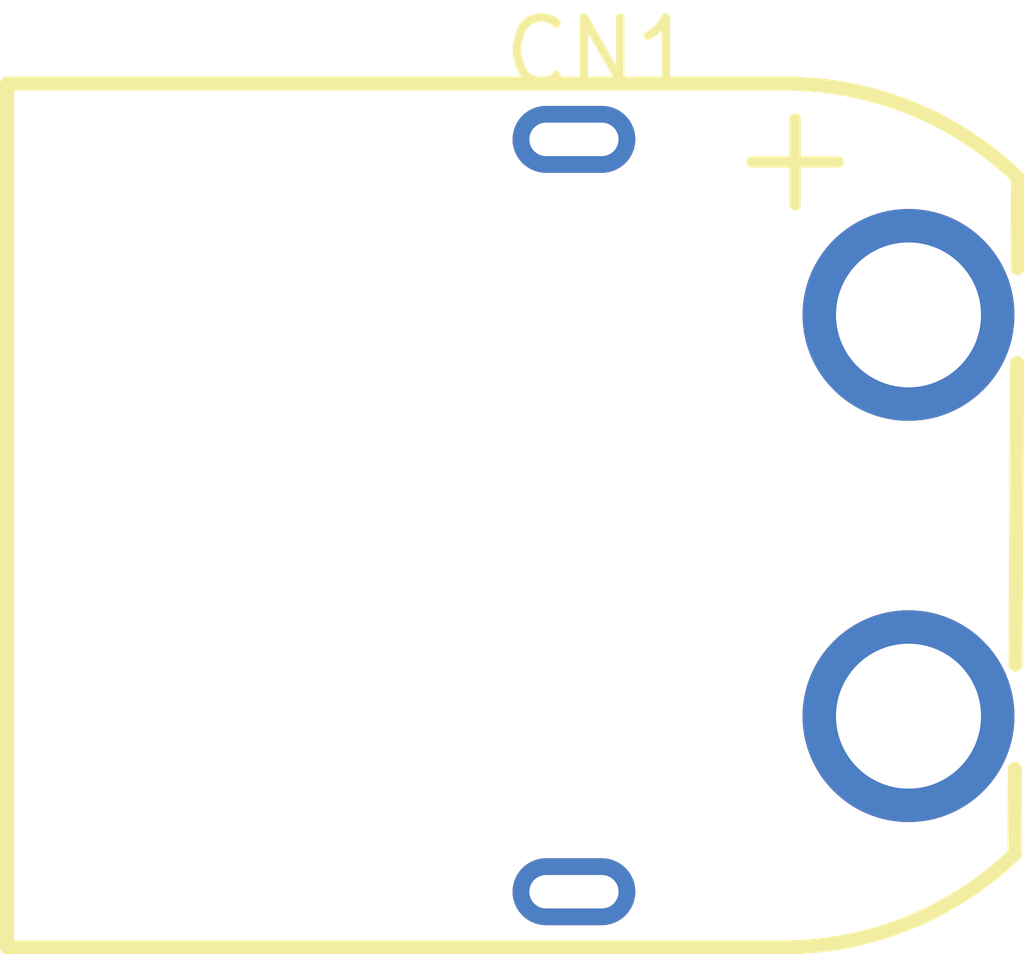
<source format=kicad_pcb>
(kicad_pcb (version 20211014) (generator pcbnew)
  (layers (0 "F.Cu" signal) (31 "B.Cu" signal) (34 "B.Paste" user) (35 "F.Paste" user) (36 "B.SilkS" user "B.Silkscreen") (37 "F.SilkS" user "F.Silkscreen") (38 "B.Mask" user) (39 "F.Mask" user) (44 "Edge.Cuts" user))
  (net 0 "")
  (footprint "easyeda:CONN-TH_XT60PW-M" (layer "F.Cu") (at 12.7 12.7)
    (fp_text reference "CN1" (at -4.337 -8.315) (layer "F.SilkS") (effects (font (size 1.143 1.143) (thickness 0.152)) (justify left)))
    (fp_text value "+" (at 0.81 -4.953 90) (layer "F.SilkS") (effects (font (size 2.032 2.032) (thickness 0.203)) (justify left)))
    (fp_line (start -13.166 7.75) (end -13.166 -7.75) (layer "F.SilkS") (width 0.254))
    (fp_line (start 4.947 -2.738) (end 4.919 2.676) (layer "F.SilkS") (width 0.254))
    (fp_line (start -13.166 7.75) (end 1 7.75) (layer "F.SilkS") (width 0.254))
    (fp_line (start 4.965 -6.062) (end 4.956 -4.441) (layer "F.SilkS") (width 0.254))
    (fp_line (start -13.166 -7.75) (end 1 -7.75) (layer "F.SilkS") (width 0.254))
    (fp_line (start 4.909 4.544) (end 4.902 5.994) (layer "F.SilkS") (width 0.254))
    (fp_arc (start 0.937 -7.747) (mid 3.109636 -7.283825) (end 4.964813 -6.061861) (layer "F.SilkS") (width 0.254))
    (fp_arc (start 4.917 6.062) (mid 3.061759 7.284022) (end 0.889043 7.747229) (layer "F.SilkS") (width 0.254))
    (pad "1" thru_hole circle locked (at 3 3.6 90) (size 3.8 3.8) (drill 2.6) (layers *.Cu *.Paste *.Mask))
    (pad "2" thru_hole circle locked (at 3 -3.6 90) (size 3.8 3.8) (drill 2.6) (layers *.Cu *.Paste *.Mask))
    (pad "3" thru_hole oval locked (at -3 -6.75 90) (size 1.2 2.2) (drill oval 0.6 1.6) (layers *.Cu *.Paste *.Mask))
    (pad "4" thru_hole oval locked (at -3 6.75 90) (size 1.2 2.2) (drill oval 0.6 1.6) (layers *.Cu *.Paste *.Mask))
  )
)
</source>
